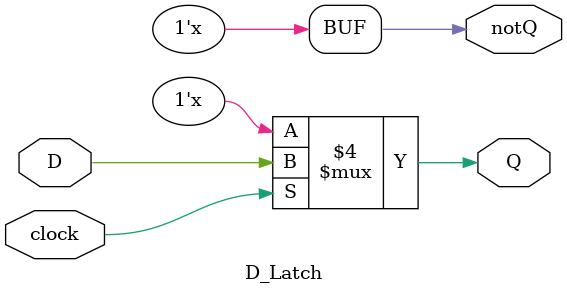
<source format=v>
module D_Latch(input D, clock, output reg Q, notQ);
	always @(clock)
	begin
		if (clock == 1)
			Q <= D;
			notQ <= ~Q;
	end
endmodule

</source>
